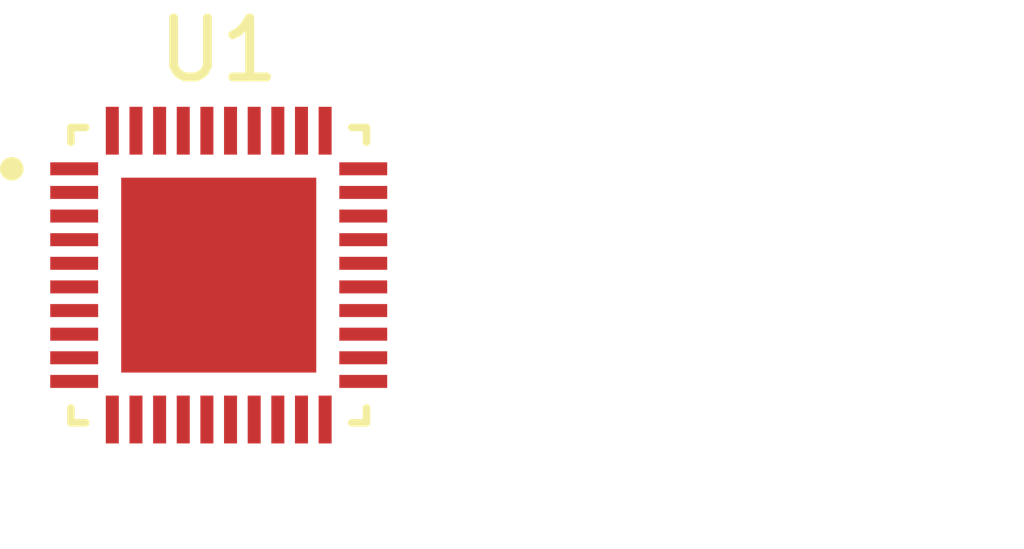
<source format=kicad_pcb>
(kicad_pcb (version 20241229) (generator "pcbnew") (generator_version "9.0")
  (layers (0 "F.Cu" signal) (2 "B.Cu" signal) (13 "F.Paste" user) (15 "B.Paste" user) (5 "F.SilkS" user "F.Silkscreen") (7 "B.SilkS" user "B.Silkscreen") (1 "F.Mask" user) (3 "B.Mask" user) (25 "Edge.Cuts" user))
  (net 0 "")
  (net 9 "VDDA3P3")
  (footprint "ESP32:ESP32-C6" (layer "F.Cu") (at 150.055 100.2)
    (property "Reference" "U1" (at 0 -3.81 0) (layer "F.SilkS"))
    (property "Value" "ESP32-C6")
    (fp_line (start -2.5 -2.5) (end -2.5 -2.25) (stroke (width 0.127)) (layer "F.SilkS"))
    (fp_line (start -2.5 -2.5) (end -2.25 -2.5) (stroke (width 0.127)) (layer "F.SilkS"))
    (fp_line (start -2.5 2.25) (end -2.5 2.5) (stroke (width 0.127)) (layer "F.SilkS"))
    (fp_line (start -2.5 2.5) (end -2.25 2.5) (stroke (width 0.127)) (layer "F.SilkS"))
    (fp_line (start 2.25 -2.5) (end 2.5 -2.5) (stroke (width 0.127)) (layer "F.SilkS"))
    (fp_line (start 2.25 2.5) (end 2.5 2.5) (stroke (width 0.127)) (layer "F.SilkS"))
    (fp_line (start 2.5 -2.5) (end 2.5 -2.25) (stroke (width 0.127)) (layer "F.SilkS"))
    (fp_line (start 2.5 2.5) (end 2.5 2.25) (stroke (width 0.127)) (layer "F.SilkS"))
    (fp_circle (center -3.5 -1.8) (end -3.4 -1.8) (stroke (width 0.2)) (fill no) (layer "F.SilkS"))
    (pad "1" smd rect (at -2.445 -1.8) (size 0.81 0.22) (layers "F.Cu" "F.Paste"))
    (pad "2" smd rect (at -2.445 -1.4) (size 0.81 0.22) (layers "F.Cu" "F.Paste") (net 9 "VDDA3P3"))
    (pad "3" smd rect (at -2.445 -1) (size 0.81 0.22) (layers "F.Cu" "F.Paste") (net 9 "VDDA3P3"))
    (pad "4" smd rect (at -2.445 -0.6) (size 0.81 0.22) (layers "F.Cu" "F.Paste"))
    (pad "5" smd rect (at -2.445 -0.2) (size 0.81 0.22) (layers "F.Cu" "F.Paste"))
    (pad "6" smd rect (at -2.445 0.2) (size 0.81 0.22) (layers "F.Cu" "F.Paste"))
    (pad "7" smd rect (at -2.445 0.6) (size 0.81 0.22) (layers "F.Cu" "F.Paste"))
    (pad "8" smd rect (at -2.445 1) (size 0.81 0.22) (layers "F.Cu" "F.Paste"))
    (pad "9" smd rect (at -2.445 1.4) (size 0.81 0.22) (layers "F.Cu" "F.Paste"))
    (pad "10" smd rect (at -2.445 1.8) (size 0.81 0.22) (layers "F.Cu" "F.Paste"))
    (pad "11" smd rect (at -1.8 2.445) (size 0.22 0.81) (layers "F.Cu" "F.Paste"))
    (pad "12" smd rect (at -1.4 2.445) (size 0.22 0.81) (layers "F.Cu" "F.Paste"))
    (pad "13" smd rect (at -1 2.445) (size 0.22 0.81) (layers "F.Cu" "F.Paste"))
    (pad "14" smd rect (at -0.6 2.445) (size 0.22 0.81) (layers "F.Cu" "F.Paste"))
    (pad "15" smd rect (at -0.2 2.445) (size 0.22 0.81) (layers "F.Cu" "F.Paste"))
    (pad "16" smd rect (at 0.2 2.445) (size 0.22 0.81) (layers "F.Cu" "F.Paste"))
    (pad "17" smd rect (at 0.6 2.445) (size 0.22 0.81) (layers "F.Cu" "F.Paste"))
    (pad "18" smd rect (at 1 2.445) (size 0.22 0.81) (layers "F.Cu" "F.Paste"))
    (pad "19" smd rect (at 1.4 2.445) (size 0.22 0.81) (layers "F.Cu" "F.Paste"))
    (pad "20" smd rect (at 1.8 2.445) (size 0.22 0.81) (layers "F.Cu" "F.Paste"))
    (pad "21" smd rect (at 2.445 1.8) (size 0.81 0.22) (layers "F.Cu" "F.Paste"))
    (pad "22" smd rect (at 2.445 1.4) (size 0.81 0.22) (layers "F.Cu" "F.Paste"))
    (pad "23" smd rect (at 2.445 1) (size 0.81 0.22) (layers "F.Cu" "F.Paste"))
    (pad "24" smd rect (at 2.445 0.6) (size 0.81 0.22) (layers "F.Cu" "F.Paste"))
    (pad "25" smd rect (at 2.445 0.2) (size 0.81 0.22) (layers "F.Cu" "F.Paste"))
    (pad "26" smd rect (at 2.445 -0.2) (size 0.81 0.22) (layers "F.Cu" "F.Paste"))
    (pad "27" smd rect (at 2.445 -0.6) (size 0.81 0.22) (layers "F.Cu" "F.Paste"))
    (pad "28" smd rect (at 2.445 -1) (size 0.81 0.22) (layers "F.Cu" "F.Paste"))
    (pad "29" smd rect (at 2.445 -1.4) (size 0.81 0.22) (layers "F.Cu" "F.Paste"))
    (pad "30" smd rect (at 2.445 -1.8) (size 0.81 0.22) (layers "F.Cu" "F.Paste"))
    (pad "31" smd rect (at 1.8 -2.445) (size 0.22 0.81) (layers "F.Cu" "F.Paste"))
    (pad "32" smd rect (at 1.4 -2.445) (size 0.22 0.81) (layers "F.Cu" "F.Paste"))
    (pad "33" smd rect (at 1 -2.445) (size 0.22 0.81) (layers "F.Cu" "F.Paste"))
    (pad "34" smd rect (at 0.6 -2.445) (size 0.22 0.81) (layers "F.Cu" "F.Paste"))
    (pad "35" smd rect (at 0.2 -2.445) (size 0.22 0.81) (layers "F.Cu" "F.Paste"))
    (pad "36" smd rect (at -0.2 -2.445) (size 0.22 0.81) (layers "F.Cu" "F.Paste"))
    (pad "37" smd rect (at -0.6 -2.445) (size 0.22 0.81) (layers "F.Cu" "F.Paste"))
    (pad "38" smd rect (at -1 -2.445) (size 0.22 0.81) (layers "F.Cu" "F.Paste"))
    (pad "39" smd rect (at -1.4 -2.445) (size 0.22 0.81) (layers "F.Cu" "F.Paste"))
    (pad "40" smd rect (at -1.8 -2.445) (size 0.22 0.81) (layers "F.Cu" "F.Paste"))
    (pad "41" smd rect (at 0 0) (size 3.3 3.3) (layers "F.Cu"))
  )
)
</source>
